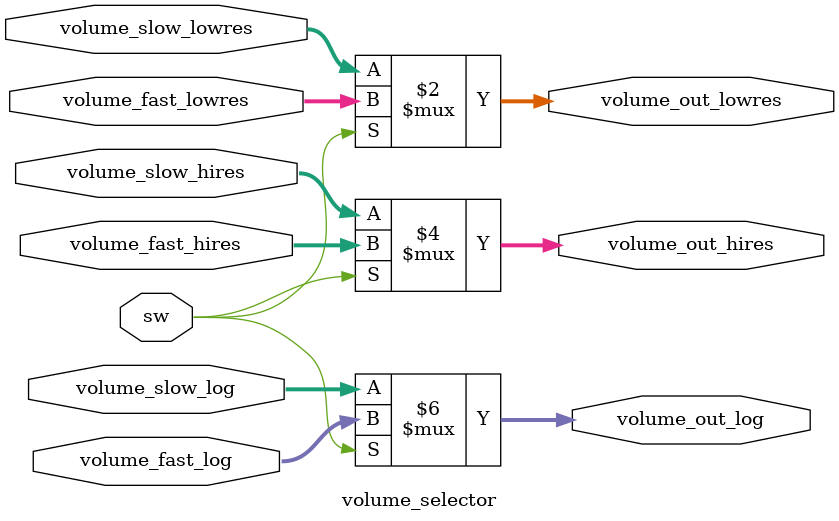
<source format=v>
`timescale 1ns / 1ps

module volume_selector(
    input [3:0] volume_slow_lowres,
    input [7:0] volume_slow_hires,
    input [3:0] volume_slow_log,
    input [3:0] volume_fast_lowres,
    input [7:0] volume_fast_hires,
    input [3:0] volume_fast_log,
    input sw,
    output [3:0] volume_out_lowres,
    output [7:0] volume_out_hires,
    output [3:0] volume_out_log
    );
    
    assign volume_out_lowres = (sw == 0) ? volume_slow_lowres : volume_fast_lowres;
    assign volume_out_hires = (sw == 0) ? volume_slow_hires : volume_fast_hires;
    assign volume_out_log = (sw == 0) ? volume_slow_log : volume_fast_log;
    
endmodule

</source>
